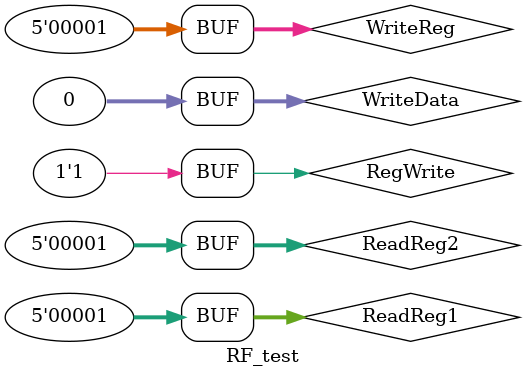
<source format=v>
`timescale 1ns / 1ps

module RF_test;

	// Inputs
	reg [4:0] ReadReg1;
	reg [4:0] ReadReg2;
	reg [4:0] WriteReg;
	reg [31:0] WriteData;
	reg RegWrite;

	// Outputs
	wire [31:0] ReadData1;
	wire [31:0] ReadData2;

	// Instantiate the Unit Under Test (UUT)
	RegisterFile uut (
		.ReadReg1(ReadReg1), 
		.ReadReg2(ReadReg2), 
		.WriteReg(WriteReg), 
		.WriteData(WriteData), 
		.RegWrite(RegWrite), 
		.ReadData1(ReadData1), 
		.ReadData2(ReadData2)
	);

	initial begin
		// Initialize Inputs
		ReadReg1 = 0;
		ReadReg2 = 0;
		WriteReg = 0;
		WriteData = 0;
		RegWrite = 0;

		// Wait 100 ns for global reset to finish
		#100;
        
		// Add stimulus here

	end
      initial begin
		// 1
		#150
		ReadReg1 = 0;
		ReadReg2 = 0;
		WriteReg = 0;
		WriteData = 0;
		RegWrite = 0;
		
		//2
		#100
		ReadReg1 = 0;
		ReadReg2 = 1;
		WriteReg = 0;
		WriteData = 0;
		RegWrite = 0;
		
		//3
		#100
		ReadReg1 = 2;
		ReadReg2 = 3;
		WriteReg = 0;
		WriteData = 10;
		RegWrite = 1;
		
		//4
		#100
		ReadReg1 = 0;
		ReadReg2 = 3;
		WriteReg = 0;
		WriteData = 0;
		RegWrite = 0;
		
		//5
		#100
		ReadReg1 = 0;
		ReadReg2 = 1;
		WriteReg = 1;
		WriteData = 11;
		RegWrite = 1;
		
		//6
		#100
		ReadReg1 = 1;
		ReadReg2 = 1;
		WriteReg = 1;
		WriteData =0;
		RegWrite = 1;
		
		
	end
endmodule


</source>
